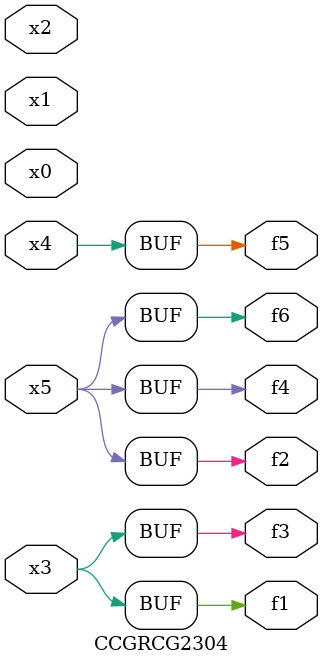
<source format=v>
module CCGRCG2304(
	input x0, x1, x2, x3, x4, x5,
	output f1, f2, f3, f4, f5, f6
);
	assign f1 = x3;
	assign f2 = x5;
	assign f3 = x3;
	assign f4 = x5;
	assign f5 = x4;
	assign f6 = x5;
endmodule

</source>
